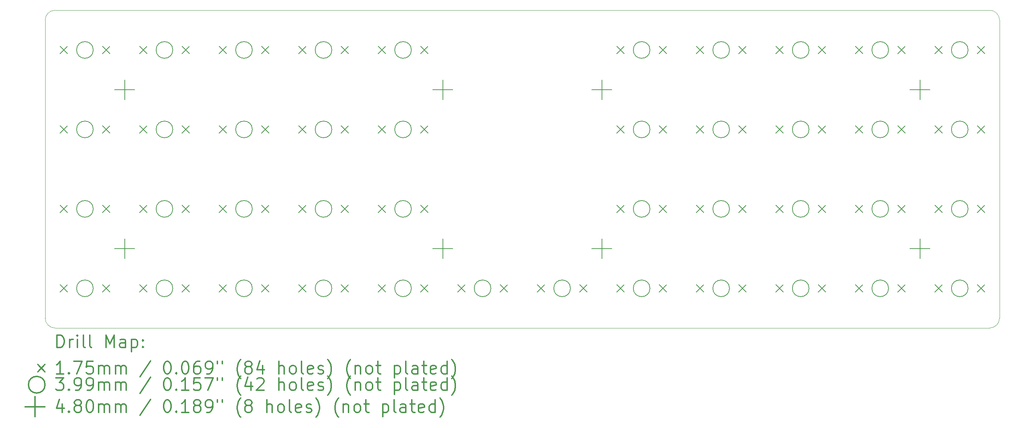
<source format=gbr>
%FSLAX45Y45*%
G04 Gerber Fmt 4.5, Leading zero omitted, Abs format (unit mm)*
G04 Created by KiCad (PCBNEW 5.1.9+dfsg1-1) date 2022-03-28 16:07:04*
%MOMM*%
%LPD*%
G01*
G04 APERTURE LIST*
%TA.AperFunction,Profile*%
%ADD10C,0.050000*%
%TD*%
%ADD11C,0.200000*%
%ADD12C,0.300000*%
G04 APERTURE END LIST*
D10*
X3413125Y-10795000D02*
X25796875Y-10795000D01*
X3175000Y-3413125D02*
X3175000Y-10556875D01*
X25796875Y-3175000D02*
X3413125Y-3175000D01*
X26035000Y-10556875D02*
X26035000Y-3413125D01*
X26035000Y-10556875D02*
G75*
G02*
X25796875Y-10795000I-238125J0D01*
G01*
X3413125Y-10795000D02*
G75*
G02*
X3175000Y-10556875I0J238125D01*
G01*
X3175000Y-3413125D02*
G75*
G02*
X3413125Y-3175000I238125J0D01*
G01*
X25796875Y-3175000D02*
G75*
G02*
X26035000Y-3413125I0J-238125D01*
G01*
D11*
X3532000Y-4040000D02*
X3707000Y-4215000D01*
X3707000Y-4040000D02*
X3532000Y-4215000D01*
X3532000Y-5945000D02*
X3707000Y-6120000D01*
X3707000Y-5945000D02*
X3532000Y-6120000D01*
X3532000Y-7850000D02*
X3707000Y-8025000D01*
X3707000Y-7850000D02*
X3532000Y-8025000D01*
X3532000Y-9755000D02*
X3707000Y-9930000D01*
X3707000Y-9755000D02*
X3532000Y-9930000D01*
X4548000Y-4040000D02*
X4723000Y-4215000D01*
X4723000Y-4040000D02*
X4548000Y-4215000D01*
X4548000Y-5945000D02*
X4723000Y-6120000D01*
X4723000Y-5945000D02*
X4548000Y-6120000D01*
X4548000Y-7850000D02*
X4723000Y-8025000D01*
X4723000Y-7850000D02*
X4548000Y-8025000D01*
X4548000Y-9755000D02*
X4723000Y-9930000D01*
X4723000Y-9755000D02*
X4548000Y-9930000D01*
X5437000Y-4040000D02*
X5612000Y-4215000D01*
X5612000Y-4040000D02*
X5437000Y-4215000D01*
X5437000Y-5945000D02*
X5612000Y-6120000D01*
X5612000Y-5945000D02*
X5437000Y-6120000D01*
X5437000Y-7850000D02*
X5612000Y-8025000D01*
X5612000Y-7850000D02*
X5437000Y-8025000D01*
X5437000Y-9755000D02*
X5612000Y-9930000D01*
X5612000Y-9755000D02*
X5437000Y-9930000D01*
X6453000Y-4040000D02*
X6628000Y-4215000D01*
X6628000Y-4040000D02*
X6453000Y-4215000D01*
X6453000Y-5945000D02*
X6628000Y-6120000D01*
X6628000Y-5945000D02*
X6453000Y-6120000D01*
X6453000Y-7850000D02*
X6628000Y-8025000D01*
X6628000Y-7850000D02*
X6453000Y-8025000D01*
X6453000Y-9755000D02*
X6628000Y-9930000D01*
X6628000Y-9755000D02*
X6453000Y-9930000D01*
X7342000Y-4040000D02*
X7517000Y-4215000D01*
X7517000Y-4040000D02*
X7342000Y-4215000D01*
X7342000Y-5945000D02*
X7517000Y-6120000D01*
X7517000Y-5945000D02*
X7342000Y-6120000D01*
X7342000Y-7850000D02*
X7517000Y-8025000D01*
X7517000Y-7850000D02*
X7342000Y-8025000D01*
X7342000Y-9755000D02*
X7517000Y-9930000D01*
X7517000Y-9755000D02*
X7342000Y-9930000D01*
X8358000Y-4040000D02*
X8533000Y-4215000D01*
X8533000Y-4040000D02*
X8358000Y-4215000D01*
X8358000Y-5945000D02*
X8533000Y-6120000D01*
X8533000Y-5945000D02*
X8358000Y-6120000D01*
X8358000Y-7850000D02*
X8533000Y-8025000D01*
X8533000Y-7850000D02*
X8358000Y-8025000D01*
X8358000Y-9755000D02*
X8533000Y-9930000D01*
X8533000Y-9755000D02*
X8358000Y-9930000D01*
X9247000Y-4040000D02*
X9422000Y-4215000D01*
X9422000Y-4040000D02*
X9247000Y-4215000D01*
X9247000Y-5945000D02*
X9422000Y-6120000D01*
X9422000Y-5945000D02*
X9247000Y-6120000D01*
X9247000Y-7850000D02*
X9422000Y-8025000D01*
X9422000Y-7850000D02*
X9247000Y-8025000D01*
X9247000Y-9755000D02*
X9422000Y-9930000D01*
X9422000Y-9755000D02*
X9247000Y-9930000D01*
X10263000Y-4040000D02*
X10438000Y-4215000D01*
X10438000Y-4040000D02*
X10263000Y-4215000D01*
X10263000Y-5945000D02*
X10438000Y-6120000D01*
X10438000Y-5945000D02*
X10263000Y-6120000D01*
X10263000Y-7850000D02*
X10438000Y-8025000D01*
X10438000Y-7850000D02*
X10263000Y-8025000D01*
X10263000Y-9755000D02*
X10438000Y-9930000D01*
X10438000Y-9755000D02*
X10263000Y-9930000D01*
X11152000Y-4040000D02*
X11327000Y-4215000D01*
X11327000Y-4040000D02*
X11152000Y-4215000D01*
X11152000Y-5945000D02*
X11327000Y-6120000D01*
X11327000Y-5945000D02*
X11152000Y-6120000D01*
X11152000Y-7850000D02*
X11327000Y-8025000D01*
X11327000Y-7850000D02*
X11152000Y-8025000D01*
X11152000Y-9755000D02*
X11327000Y-9930000D01*
X11327000Y-9755000D02*
X11152000Y-9930000D01*
X12168000Y-4040000D02*
X12343000Y-4215000D01*
X12343000Y-4040000D02*
X12168000Y-4215000D01*
X12168000Y-5945000D02*
X12343000Y-6120000D01*
X12343000Y-5945000D02*
X12168000Y-6120000D01*
X12168000Y-7850000D02*
X12343000Y-8025000D01*
X12343000Y-7850000D02*
X12168000Y-8025000D01*
X12168000Y-9755000D02*
X12343000Y-9930000D01*
X12343000Y-9755000D02*
X12168000Y-9930000D01*
X13057000Y-9755000D02*
X13232000Y-9930000D01*
X13232000Y-9755000D02*
X13057000Y-9930000D01*
X14073000Y-9755000D02*
X14248000Y-9930000D01*
X14248000Y-9755000D02*
X14073000Y-9930000D01*
X14962000Y-9755000D02*
X15137000Y-9930000D01*
X15137000Y-9755000D02*
X14962000Y-9930000D01*
X15978000Y-9755000D02*
X16153000Y-9930000D01*
X16153000Y-9755000D02*
X15978000Y-9930000D01*
X16867000Y-4040000D02*
X17042000Y-4215000D01*
X17042000Y-4040000D02*
X16867000Y-4215000D01*
X16867000Y-5945000D02*
X17042000Y-6120000D01*
X17042000Y-5945000D02*
X16867000Y-6120000D01*
X16867000Y-7850000D02*
X17042000Y-8025000D01*
X17042000Y-7850000D02*
X16867000Y-8025000D01*
X16867000Y-9755000D02*
X17042000Y-9930000D01*
X17042000Y-9755000D02*
X16867000Y-9930000D01*
X17883000Y-4040000D02*
X18058000Y-4215000D01*
X18058000Y-4040000D02*
X17883000Y-4215000D01*
X17883000Y-5945000D02*
X18058000Y-6120000D01*
X18058000Y-5945000D02*
X17883000Y-6120000D01*
X17883000Y-7850000D02*
X18058000Y-8025000D01*
X18058000Y-7850000D02*
X17883000Y-8025000D01*
X17883000Y-9755000D02*
X18058000Y-9930000D01*
X18058000Y-9755000D02*
X17883000Y-9930000D01*
X18772000Y-4040000D02*
X18947000Y-4215000D01*
X18947000Y-4040000D02*
X18772000Y-4215000D01*
X18772000Y-5945000D02*
X18947000Y-6120000D01*
X18947000Y-5945000D02*
X18772000Y-6120000D01*
X18772000Y-7850000D02*
X18947000Y-8025000D01*
X18947000Y-7850000D02*
X18772000Y-8025000D01*
X18772000Y-9755000D02*
X18947000Y-9930000D01*
X18947000Y-9755000D02*
X18772000Y-9930000D01*
X19788000Y-4040000D02*
X19963000Y-4215000D01*
X19963000Y-4040000D02*
X19788000Y-4215000D01*
X19788000Y-5945000D02*
X19963000Y-6120000D01*
X19963000Y-5945000D02*
X19788000Y-6120000D01*
X19788000Y-7850000D02*
X19963000Y-8025000D01*
X19963000Y-7850000D02*
X19788000Y-8025000D01*
X19788000Y-9755000D02*
X19963000Y-9930000D01*
X19963000Y-9755000D02*
X19788000Y-9930000D01*
X20677000Y-4040000D02*
X20852000Y-4215000D01*
X20852000Y-4040000D02*
X20677000Y-4215000D01*
X20677000Y-5945000D02*
X20852000Y-6120000D01*
X20852000Y-5945000D02*
X20677000Y-6120000D01*
X20677000Y-7850000D02*
X20852000Y-8025000D01*
X20852000Y-7850000D02*
X20677000Y-8025000D01*
X20677000Y-9755000D02*
X20852000Y-9930000D01*
X20852000Y-9755000D02*
X20677000Y-9930000D01*
X21693000Y-4040000D02*
X21868000Y-4215000D01*
X21868000Y-4040000D02*
X21693000Y-4215000D01*
X21693000Y-5945000D02*
X21868000Y-6120000D01*
X21868000Y-5945000D02*
X21693000Y-6120000D01*
X21693000Y-7850000D02*
X21868000Y-8025000D01*
X21868000Y-7850000D02*
X21693000Y-8025000D01*
X21693000Y-9755000D02*
X21868000Y-9930000D01*
X21868000Y-9755000D02*
X21693000Y-9930000D01*
X22582000Y-4040000D02*
X22757000Y-4215000D01*
X22757000Y-4040000D02*
X22582000Y-4215000D01*
X22582000Y-5945000D02*
X22757000Y-6120000D01*
X22757000Y-5945000D02*
X22582000Y-6120000D01*
X22582000Y-7850000D02*
X22757000Y-8025000D01*
X22757000Y-7850000D02*
X22582000Y-8025000D01*
X22582000Y-9755000D02*
X22757000Y-9930000D01*
X22757000Y-9755000D02*
X22582000Y-9930000D01*
X23598000Y-4040000D02*
X23773000Y-4215000D01*
X23773000Y-4040000D02*
X23598000Y-4215000D01*
X23598000Y-5945000D02*
X23773000Y-6120000D01*
X23773000Y-5945000D02*
X23598000Y-6120000D01*
X23598000Y-7850000D02*
X23773000Y-8025000D01*
X23773000Y-7850000D02*
X23598000Y-8025000D01*
X23598000Y-9755000D02*
X23773000Y-9930000D01*
X23773000Y-9755000D02*
X23598000Y-9930000D01*
X24487000Y-4040000D02*
X24662000Y-4215000D01*
X24662000Y-4040000D02*
X24487000Y-4215000D01*
X24487000Y-5945000D02*
X24662000Y-6120000D01*
X24662000Y-5945000D02*
X24487000Y-6120000D01*
X24487000Y-7850000D02*
X24662000Y-8025000D01*
X24662000Y-7850000D02*
X24487000Y-8025000D01*
X24487000Y-9755000D02*
X24662000Y-9930000D01*
X24662000Y-9755000D02*
X24487000Y-9930000D01*
X25503000Y-4040000D02*
X25678000Y-4215000D01*
X25678000Y-4040000D02*
X25503000Y-4215000D01*
X25503000Y-5945000D02*
X25678000Y-6120000D01*
X25678000Y-5945000D02*
X25503000Y-6120000D01*
X25503000Y-7850000D02*
X25678000Y-8025000D01*
X25678000Y-7850000D02*
X25503000Y-8025000D01*
X25503000Y-9755000D02*
X25678000Y-9930000D01*
X25678000Y-9755000D02*
X25503000Y-9930000D01*
X4326890Y-4127500D02*
G75*
G03*
X4326890Y-4127500I-199390J0D01*
G01*
X4326890Y-6032500D02*
G75*
G03*
X4326890Y-6032500I-199390J0D01*
G01*
X4326890Y-7937500D02*
G75*
G03*
X4326890Y-7937500I-199390J0D01*
G01*
X4326890Y-9842500D02*
G75*
G03*
X4326890Y-9842500I-199390J0D01*
G01*
X6231890Y-4127500D02*
G75*
G03*
X6231890Y-4127500I-199390J0D01*
G01*
X6231890Y-6032500D02*
G75*
G03*
X6231890Y-6032500I-199390J0D01*
G01*
X6231890Y-7937500D02*
G75*
G03*
X6231890Y-7937500I-199390J0D01*
G01*
X6231890Y-9842500D02*
G75*
G03*
X6231890Y-9842500I-199390J0D01*
G01*
X8136890Y-4127500D02*
G75*
G03*
X8136890Y-4127500I-199390J0D01*
G01*
X8136890Y-6032500D02*
G75*
G03*
X8136890Y-6032500I-199390J0D01*
G01*
X8136890Y-7937500D02*
G75*
G03*
X8136890Y-7937500I-199390J0D01*
G01*
X8136890Y-9842500D02*
G75*
G03*
X8136890Y-9842500I-199390J0D01*
G01*
X10041890Y-4127500D02*
G75*
G03*
X10041890Y-4127500I-199390J0D01*
G01*
X10041890Y-6032500D02*
G75*
G03*
X10041890Y-6032500I-199390J0D01*
G01*
X10041890Y-7937500D02*
G75*
G03*
X10041890Y-7937500I-199390J0D01*
G01*
X10041890Y-9842500D02*
G75*
G03*
X10041890Y-9842500I-199390J0D01*
G01*
X11946890Y-4127500D02*
G75*
G03*
X11946890Y-4127500I-199390J0D01*
G01*
X11946890Y-6032500D02*
G75*
G03*
X11946890Y-6032500I-199390J0D01*
G01*
X11946890Y-7937500D02*
G75*
G03*
X11946890Y-7937500I-199390J0D01*
G01*
X11946890Y-9842500D02*
G75*
G03*
X11946890Y-9842500I-199390J0D01*
G01*
X13851890Y-9842500D02*
G75*
G03*
X13851890Y-9842500I-199390J0D01*
G01*
X15756890Y-9842500D02*
G75*
G03*
X15756890Y-9842500I-199390J0D01*
G01*
X17661890Y-4127500D02*
G75*
G03*
X17661890Y-4127500I-199390J0D01*
G01*
X17661890Y-6032500D02*
G75*
G03*
X17661890Y-6032500I-199390J0D01*
G01*
X17661890Y-7937500D02*
G75*
G03*
X17661890Y-7937500I-199390J0D01*
G01*
X17661890Y-9842500D02*
G75*
G03*
X17661890Y-9842500I-199390J0D01*
G01*
X19566890Y-4127500D02*
G75*
G03*
X19566890Y-4127500I-199390J0D01*
G01*
X19566890Y-6032500D02*
G75*
G03*
X19566890Y-6032500I-199390J0D01*
G01*
X19566890Y-7937500D02*
G75*
G03*
X19566890Y-7937500I-199390J0D01*
G01*
X19566890Y-9842500D02*
G75*
G03*
X19566890Y-9842500I-199390J0D01*
G01*
X21471890Y-4127500D02*
G75*
G03*
X21471890Y-4127500I-199390J0D01*
G01*
X21471890Y-6032500D02*
G75*
G03*
X21471890Y-6032500I-199390J0D01*
G01*
X21471890Y-7937500D02*
G75*
G03*
X21471890Y-7937500I-199390J0D01*
G01*
X21471890Y-9842500D02*
G75*
G03*
X21471890Y-9842500I-199390J0D01*
G01*
X23376890Y-4127500D02*
G75*
G03*
X23376890Y-4127500I-199390J0D01*
G01*
X23376890Y-6032500D02*
G75*
G03*
X23376890Y-6032500I-199390J0D01*
G01*
X23376890Y-7937500D02*
G75*
G03*
X23376890Y-7937500I-199390J0D01*
G01*
X23376890Y-9842500D02*
G75*
G03*
X23376890Y-9842500I-199390J0D01*
G01*
X25281890Y-4127500D02*
G75*
G03*
X25281890Y-4127500I-199390J0D01*
G01*
X25281890Y-6032500D02*
G75*
G03*
X25281890Y-6032500I-199390J0D01*
G01*
X25281890Y-7937500D02*
G75*
G03*
X25281890Y-7937500I-199390J0D01*
G01*
X25281890Y-9842500D02*
G75*
G03*
X25281890Y-9842500I-199390J0D01*
G01*
X5080000Y-4840000D02*
X5080000Y-5320000D01*
X4840000Y-5080000D02*
X5320000Y-5080000D01*
X5080000Y-8650000D02*
X5080000Y-9130000D01*
X4840000Y-8890000D02*
X5320000Y-8890000D01*
X12700000Y-4840000D02*
X12700000Y-5320000D01*
X12460000Y-5080000D02*
X12940000Y-5080000D01*
X12700000Y-8650000D02*
X12700000Y-9130000D01*
X12460000Y-8890000D02*
X12940000Y-8890000D01*
X16510000Y-4840000D02*
X16510000Y-5320000D01*
X16270000Y-5080000D02*
X16750000Y-5080000D01*
X16510000Y-8650000D02*
X16510000Y-9130000D01*
X16270000Y-8890000D02*
X16750000Y-8890000D01*
X24130000Y-4840000D02*
X24130000Y-5320000D01*
X23890000Y-5080000D02*
X24370000Y-5080000D01*
X24130000Y-8650000D02*
X24130000Y-9130000D01*
X23890000Y-8890000D02*
X24370000Y-8890000D01*
D12*
X3458928Y-11263214D02*
X3458928Y-10963214D01*
X3530357Y-10963214D01*
X3573214Y-10977500D01*
X3601786Y-11006072D01*
X3616071Y-11034643D01*
X3630357Y-11091786D01*
X3630357Y-11134643D01*
X3616071Y-11191786D01*
X3601786Y-11220357D01*
X3573214Y-11248929D01*
X3530357Y-11263214D01*
X3458928Y-11263214D01*
X3758928Y-11263214D02*
X3758928Y-11063214D01*
X3758928Y-11120357D02*
X3773214Y-11091786D01*
X3787500Y-11077500D01*
X3816071Y-11063214D01*
X3844643Y-11063214D01*
X3944643Y-11263214D02*
X3944643Y-11063214D01*
X3944643Y-10963214D02*
X3930357Y-10977500D01*
X3944643Y-10991786D01*
X3958928Y-10977500D01*
X3944643Y-10963214D01*
X3944643Y-10991786D01*
X4130357Y-11263214D02*
X4101786Y-11248929D01*
X4087500Y-11220357D01*
X4087500Y-10963214D01*
X4287500Y-11263214D02*
X4258928Y-11248929D01*
X4244643Y-11220357D01*
X4244643Y-10963214D01*
X4630357Y-11263214D02*
X4630357Y-10963214D01*
X4730357Y-11177500D01*
X4830357Y-10963214D01*
X4830357Y-11263214D01*
X5101786Y-11263214D02*
X5101786Y-11106072D01*
X5087500Y-11077500D01*
X5058928Y-11063214D01*
X5001786Y-11063214D01*
X4973214Y-11077500D01*
X5101786Y-11248929D02*
X5073214Y-11263214D01*
X5001786Y-11263214D01*
X4973214Y-11248929D01*
X4958928Y-11220357D01*
X4958928Y-11191786D01*
X4973214Y-11163214D01*
X5001786Y-11148929D01*
X5073214Y-11148929D01*
X5101786Y-11134643D01*
X5244643Y-11063214D02*
X5244643Y-11363214D01*
X5244643Y-11077500D02*
X5273214Y-11063214D01*
X5330357Y-11063214D01*
X5358928Y-11077500D01*
X5373214Y-11091786D01*
X5387500Y-11120357D01*
X5387500Y-11206071D01*
X5373214Y-11234643D01*
X5358928Y-11248929D01*
X5330357Y-11263214D01*
X5273214Y-11263214D01*
X5244643Y-11248929D01*
X5516071Y-11234643D02*
X5530357Y-11248929D01*
X5516071Y-11263214D01*
X5501786Y-11248929D01*
X5516071Y-11234643D01*
X5516071Y-11263214D01*
X5516071Y-11077500D02*
X5530357Y-11091786D01*
X5516071Y-11106072D01*
X5501786Y-11091786D01*
X5516071Y-11077500D01*
X5516071Y-11106072D01*
X2997500Y-11670000D02*
X3172500Y-11845000D01*
X3172500Y-11670000D02*
X2997500Y-11845000D01*
X3616071Y-11893214D02*
X3444643Y-11893214D01*
X3530357Y-11893214D02*
X3530357Y-11593214D01*
X3501786Y-11636071D01*
X3473214Y-11664643D01*
X3444643Y-11678929D01*
X3744643Y-11864643D02*
X3758928Y-11878929D01*
X3744643Y-11893214D01*
X3730357Y-11878929D01*
X3744643Y-11864643D01*
X3744643Y-11893214D01*
X3858928Y-11593214D02*
X4058928Y-11593214D01*
X3930357Y-11893214D01*
X4316071Y-11593214D02*
X4173214Y-11593214D01*
X4158928Y-11736071D01*
X4173214Y-11721786D01*
X4201786Y-11707500D01*
X4273214Y-11707500D01*
X4301786Y-11721786D01*
X4316071Y-11736071D01*
X4330357Y-11764643D01*
X4330357Y-11836071D01*
X4316071Y-11864643D01*
X4301786Y-11878929D01*
X4273214Y-11893214D01*
X4201786Y-11893214D01*
X4173214Y-11878929D01*
X4158928Y-11864643D01*
X4458928Y-11893214D02*
X4458928Y-11693214D01*
X4458928Y-11721786D02*
X4473214Y-11707500D01*
X4501786Y-11693214D01*
X4544643Y-11693214D01*
X4573214Y-11707500D01*
X4587500Y-11736071D01*
X4587500Y-11893214D01*
X4587500Y-11736071D02*
X4601786Y-11707500D01*
X4630357Y-11693214D01*
X4673214Y-11693214D01*
X4701786Y-11707500D01*
X4716071Y-11736071D01*
X4716071Y-11893214D01*
X4858928Y-11893214D02*
X4858928Y-11693214D01*
X4858928Y-11721786D02*
X4873214Y-11707500D01*
X4901786Y-11693214D01*
X4944643Y-11693214D01*
X4973214Y-11707500D01*
X4987500Y-11736071D01*
X4987500Y-11893214D01*
X4987500Y-11736071D02*
X5001786Y-11707500D01*
X5030357Y-11693214D01*
X5073214Y-11693214D01*
X5101786Y-11707500D01*
X5116071Y-11736071D01*
X5116071Y-11893214D01*
X5701786Y-11578929D02*
X5444643Y-11964643D01*
X6087500Y-11593214D02*
X6116071Y-11593214D01*
X6144643Y-11607500D01*
X6158928Y-11621786D01*
X6173214Y-11650357D01*
X6187500Y-11707500D01*
X6187500Y-11778929D01*
X6173214Y-11836071D01*
X6158928Y-11864643D01*
X6144643Y-11878929D01*
X6116071Y-11893214D01*
X6087500Y-11893214D01*
X6058928Y-11878929D01*
X6044643Y-11864643D01*
X6030357Y-11836071D01*
X6016071Y-11778929D01*
X6016071Y-11707500D01*
X6030357Y-11650357D01*
X6044643Y-11621786D01*
X6058928Y-11607500D01*
X6087500Y-11593214D01*
X6316071Y-11864643D02*
X6330357Y-11878929D01*
X6316071Y-11893214D01*
X6301786Y-11878929D01*
X6316071Y-11864643D01*
X6316071Y-11893214D01*
X6516071Y-11593214D02*
X6544643Y-11593214D01*
X6573214Y-11607500D01*
X6587500Y-11621786D01*
X6601786Y-11650357D01*
X6616071Y-11707500D01*
X6616071Y-11778929D01*
X6601786Y-11836071D01*
X6587500Y-11864643D01*
X6573214Y-11878929D01*
X6544643Y-11893214D01*
X6516071Y-11893214D01*
X6487500Y-11878929D01*
X6473214Y-11864643D01*
X6458928Y-11836071D01*
X6444643Y-11778929D01*
X6444643Y-11707500D01*
X6458928Y-11650357D01*
X6473214Y-11621786D01*
X6487500Y-11607500D01*
X6516071Y-11593214D01*
X6873214Y-11593214D02*
X6816071Y-11593214D01*
X6787500Y-11607500D01*
X6773214Y-11621786D01*
X6744643Y-11664643D01*
X6730357Y-11721786D01*
X6730357Y-11836071D01*
X6744643Y-11864643D01*
X6758928Y-11878929D01*
X6787500Y-11893214D01*
X6844643Y-11893214D01*
X6873214Y-11878929D01*
X6887500Y-11864643D01*
X6901786Y-11836071D01*
X6901786Y-11764643D01*
X6887500Y-11736071D01*
X6873214Y-11721786D01*
X6844643Y-11707500D01*
X6787500Y-11707500D01*
X6758928Y-11721786D01*
X6744643Y-11736071D01*
X6730357Y-11764643D01*
X7044643Y-11893214D02*
X7101786Y-11893214D01*
X7130357Y-11878929D01*
X7144643Y-11864643D01*
X7173214Y-11821786D01*
X7187500Y-11764643D01*
X7187500Y-11650357D01*
X7173214Y-11621786D01*
X7158928Y-11607500D01*
X7130357Y-11593214D01*
X7073214Y-11593214D01*
X7044643Y-11607500D01*
X7030357Y-11621786D01*
X7016071Y-11650357D01*
X7016071Y-11721786D01*
X7030357Y-11750357D01*
X7044643Y-11764643D01*
X7073214Y-11778929D01*
X7130357Y-11778929D01*
X7158928Y-11764643D01*
X7173214Y-11750357D01*
X7187500Y-11721786D01*
X7301786Y-11593214D02*
X7301786Y-11650357D01*
X7416071Y-11593214D02*
X7416071Y-11650357D01*
X7858928Y-12007500D02*
X7844643Y-11993214D01*
X7816071Y-11950357D01*
X7801786Y-11921786D01*
X7787500Y-11878929D01*
X7773214Y-11807500D01*
X7773214Y-11750357D01*
X7787500Y-11678929D01*
X7801786Y-11636071D01*
X7816071Y-11607500D01*
X7844643Y-11564643D01*
X7858928Y-11550357D01*
X8016071Y-11721786D02*
X7987500Y-11707500D01*
X7973214Y-11693214D01*
X7958928Y-11664643D01*
X7958928Y-11650357D01*
X7973214Y-11621786D01*
X7987500Y-11607500D01*
X8016071Y-11593214D01*
X8073214Y-11593214D01*
X8101786Y-11607500D01*
X8116071Y-11621786D01*
X8130357Y-11650357D01*
X8130357Y-11664643D01*
X8116071Y-11693214D01*
X8101786Y-11707500D01*
X8073214Y-11721786D01*
X8016071Y-11721786D01*
X7987500Y-11736071D01*
X7973214Y-11750357D01*
X7958928Y-11778929D01*
X7958928Y-11836071D01*
X7973214Y-11864643D01*
X7987500Y-11878929D01*
X8016071Y-11893214D01*
X8073214Y-11893214D01*
X8101786Y-11878929D01*
X8116071Y-11864643D01*
X8130357Y-11836071D01*
X8130357Y-11778929D01*
X8116071Y-11750357D01*
X8101786Y-11736071D01*
X8073214Y-11721786D01*
X8387500Y-11693214D02*
X8387500Y-11893214D01*
X8316071Y-11578929D02*
X8244643Y-11793214D01*
X8430357Y-11793214D01*
X8773214Y-11893214D02*
X8773214Y-11593214D01*
X8901786Y-11893214D02*
X8901786Y-11736071D01*
X8887500Y-11707500D01*
X8858928Y-11693214D01*
X8816071Y-11693214D01*
X8787500Y-11707500D01*
X8773214Y-11721786D01*
X9087500Y-11893214D02*
X9058928Y-11878929D01*
X9044643Y-11864643D01*
X9030357Y-11836071D01*
X9030357Y-11750357D01*
X9044643Y-11721786D01*
X9058928Y-11707500D01*
X9087500Y-11693214D01*
X9130357Y-11693214D01*
X9158928Y-11707500D01*
X9173214Y-11721786D01*
X9187500Y-11750357D01*
X9187500Y-11836071D01*
X9173214Y-11864643D01*
X9158928Y-11878929D01*
X9130357Y-11893214D01*
X9087500Y-11893214D01*
X9358928Y-11893214D02*
X9330357Y-11878929D01*
X9316071Y-11850357D01*
X9316071Y-11593214D01*
X9587500Y-11878929D02*
X9558928Y-11893214D01*
X9501786Y-11893214D01*
X9473214Y-11878929D01*
X9458928Y-11850357D01*
X9458928Y-11736071D01*
X9473214Y-11707500D01*
X9501786Y-11693214D01*
X9558928Y-11693214D01*
X9587500Y-11707500D01*
X9601786Y-11736071D01*
X9601786Y-11764643D01*
X9458928Y-11793214D01*
X9716071Y-11878929D02*
X9744643Y-11893214D01*
X9801786Y-11893214D01*
X9830357Y-11878929D01*
X9844643Y-11850357D01*
X9844643Y-11836071D01*
X9830357Y-11807500D01*
X9801786Y-11793214D01*
X9758928Y-11793214D01*
X9730357Y-11778929D01*
X9716071Y-11750357D01*
X9716071Y-11736071D01*
X9730357Y-11707500D01*
X9758928Y-11693214D01*
X9801786Y-11693214D01*
X9830357Y-11707500D01*
X9944643Y-12007500D02*
X9958928Y-11993214D01*
X9987500Y-11950357D01*
X10001786Y-11921786D01*
X10016071Y-11878929D01*
X10030357Y-11807500D01*
X10030357Y-11750357D01*
X10016071Y-11678929D01*
X10001786Y-11636071D01*
X9987500Y-11607500D01*
X9958928Y-11564643D01*
X9944643Y-11550357D01*
X10487500Y-12007500D02*
X10473214Y-11993214D01*
X10444643Y-11950357D01*
X10430357Y-11921786D01*
X10416071Y-11878929D01*
X10401786Y-11807500D01*
X10401786Y-11750357D01*
X10416071Y-11678929D01*
X10430357Y-11636071D01*
X10444643Y-11607500D01*
X10473214Y-11564643D01*
X10487500Y-11550357D01*
X10601786Y-11693214D02*
X10601786Y-11893214D01*
X10601786Y-11721786D02*
X10616071Y-11707500D01*
X10644643Y-11693214D01*
X10687500Y-11693214D01*
X10716071Y-11707500D01*
X10730357Y-11736071D01*
X10730357Y-11893214D01*
X10916071Y-11893214D02*
X10887500Y-11878929D01*
X10873214Y-11864643D01*
X10858928Y-11836071D01*
X10858928Y-11750357D01*
X10873214Y-11721786D01*
X10887500Y-11707500D01*
X10916071Y-11693214D01*
X10958928Y-11693214D01*
X10987500Y-11707500D01*
X11001786Y-11721786D01*
X11016071Y-11750357D01*
X11016071Y-11836071D01*
X11001786Y-11864643D01*
X10987500Y-11878929D01*
X10958928Y-11893214D01*
X10916071Y-11893214D01*
X11101786Y-11693214D02*
X11216071Y-11693214D01*
X11144643Y-11593214D02*
X11144643Y-11850357D01*
X11158928Y-11878929D01*
X11187500Y-11893214D01*
X11216071Y-11893214D01*
X11544643Y-11693214D02*
X11544643Y-11993214D01*
X11544643Y-11707500D02*
X11573214Y-11693214D01*
X11630357Y-11693214D01*
X11658928Y-11707500D01*
X11673214Y-11721786D01*
X11687500Y-11750357D01*
X11687500Y-11836071D01*
X11673214Y-11864643D01*
X11658928Y-11878929D01*
X11630357Y-11893214D01*
X11573214Y-11893214D01*
X11544643Y-11878929D01*
X11858928Y-11893214D02*
X11830357Y-11878929D01*
X11816071Y-11850357D01*
X11816071Y-11593214D01*
X12101786Y-11893214D02*
X12101786Y-11736071D01*
X12087500Y-11707500D01*
X12058928Y-11693214D01*
X12001786Y-11693214D01*
X11973214Y-11707500D01*
X12101786Y-11878929D02*
X12073214Y-11893214D01*
X12001786Y-11893214D01*
X11973214Y-11878929D01*
X11958928Y-11850357D01*
X11958928Y-11821786D01*
X11973214Y-11793214D01*
X12001786Y-11778929D01*
X12073214Y-11778929D01*
X12101786Y-11764643D01*
X12201786Y-11693214D02*
X12316071Y-11693214D01*
X12244643Y-11593214D02*
X12244643Y-11850357D01*
X12258928Y-11878929D01*
X12287500Y-11893214D01*
X12316071Y-11893214D01*
X12530357Y-11878929D02*
X12501786Y-11893214D01*
X12444643Y-11893214D01*
X12416071Y-11878929D01*
X12401786Y-11850357D01*
X12401786Y-11736071D01*
X12416071Y-11707500D01*
X12444643Y-11693214D01*
X12501786Y-11693214D01*
X12530357Y-11707500D01*
X12544643Y-11736071D01*
X12544643Y-11764643D01*
X12401786Y-11793214D01*
X12801786Y-11893214D02*
X12801786Y-11593214D01*
X12801786Y-11878929D02*
X12773214Y-11893214D01*
X12716071Y-11893214D01*
X12687500Y-11878929D01*
X12673214Y-11864643D01*
X12658928Y-11836071D01*
X12658928Y-11750357D01*
X12673214Y-11721786D01*
X12687500Y-11707500D01*
X12716071Y-11693214D01*
X12773214Y-11693214D01*
X12801786Y-11707500D01*
X12916071Y-12007500D02*
X12930357Y-11993214D01*
X12958928Y-11950357D01*
X12973214Y-11921786D01*
X12987500Y-11878929D01*
X13001786Y-11807500D01*
X13001786Y-11750357D01*
X12987500Y-11678929D01*
X12973214Y-11636071D01*
X12958928Y-11607500D01*
X12930357Y-11564643D01*
X12916071Y-11550357D01*
X3172500Y-12153500D02*
G75*
G03*
X3172500Y-12153500I-199390J0D01*
G01*
X3430357Y-11989214D02*
X3616071Y-11989214D01*
X3516071Y-12103500D01*
X3558928Y-12103500D01*
X3587500Y-12117786D01*
X3601786Y-12132071D01*
X3616071Y-12160643D01*
X3616071Y-12232071D01*
X3601786Y-12260643D01*
X3587500Y-12274929D01*
X3558928Y-12289214D01*
X3473214Y-12289214D01*
X3444643Y-12274929D01*
X3430357Y-12260643D01*
X3744643Y-12260643D02*
X3758928Y-12274929D01*
X3744643Y-12289214D01*
X3730357Y-12274929D01*
X3744643Y-12260643D01*
X3744643Y-12289214D01*
X3901786Y-12289214D02*
X3958928Y-12289214D01*
X3987500Y-12274929D01*
X4001786Y-12260643D01*
X4030357Y-12217786D01*
X4044643Y-12160643D01*
X4044643Y-12046357D01*
X4030357Y-12017786D01*
X4016071Y-12003500D01*
X3987500Y-11989214D01*
X3930357Y-11989214D01*
X3901786Y-12003500D01*
X3887500Y-12017786D01*
X3873214Y-12046357D01*
X3873214Y-12117786D01*
X3887500Y-12146357D01*
X3901786Y-12160643D01*
X3930357Y-12174929D01*
X3987500Y-12174929D01*
X4016071Y-12160643D01*
X4030357Y-12146357D01*
X4044643Y-12117786D01*
X4187500Y-12289214D02*
X4244643Y-12289214D01*
X4273214Y-12274929D01*
X4287500Y-12260643D01*
X4316071Y-12217786D01*
X4330357Y-12160643D01*
X4330357Y-12046357D01*
X4316071Y-12017786D01*
X4301786Y-12003500D01*
X4273214Y-11989214D01*
X4216071Y-11989214D01*
X4187500Y-12003500D01*
X4173214Y-12017786D01*
X4158928Y-12046357D01*
X4158928Y-12117786D01*
X4173214Y-12146357D01*
X4187500Y-12160643D01*
X4216071Y-12174929D01*
X4273214Y-12174929D01*
X4301786Y-12160643D01*
X4316071Y-12146357D01*
X4330357Y-12117786D01*
X4458928Y-12289214D02*
X4458928Y-12089214D01*
X4458928Y-12117786D02*
X4473214Y-12103500D01*
X4501786Y-12089214D01*
X4544643Y-12089214D01*
X4573214Y-12103500D01*
X4587500Y-12132071D01*
X4587500Y-12289214D01*
X4587500Y-12132071D02*
X4601786Y-12103500D01*
X4630357Y-12089214D01*
X4673214Y-12089214D01*
X4701786Y-12103500D01*
X4716071Y-12132071D01*
X4716071Y-12289214D01*
X4858928Y-12289214D02*
X4858928Y-12089214D01*
X4858928Y-12117786D02*
X4873214Y-12103500D01*
X4901786Y-12089214D01*
X4944643Y-12089214D01*
X4973214Y-12103500D01*
X4987500Y-12132071D01*
X4987500Y-12289214D01*
X4987500Y-12132071D02*
X5001786Y-12103500D01*
X5030357Y-12089214D01*
X5073214Y-12089214D01*
X5101786Y-12103500D01*
X5116071Y-12132071D01*
X5116071Y-12289214D01*
X5701786Y-11974929D02*
X5444643Y-12360643D01*
X6087500Y-11989214D02*
X6116071Y-11989214D01*
X6144643Y-12003500D01*
X6158928Y-12017786D01*
X6173214Y-12046357D01*
X6187500Y-12103500D01*
X6187500Y-12174929D01*
X6173214Y-12232071D01*
X6158928Y-12260643D01*
X6144643Y-12274929D01*
X6116071Y-12289214D01*
X6087500Y-12289214D01*
X6058928Y-12274929D01*
X6044643Y-12260643D01*
X6030357Y-12232071D01*
X6016071Y-12174929D01*
X6016071Y-12103500D01*
X6030357Y-12046357D01*
X6044643Y-12017786D01*
X6058928Y-12003500D01*
X6087500Y-11989214D01*
X6316071Y-12260643D02*
X6330357Y-12274929D01*
X6316071Y-12289214D01*
X6301786Y-12274929D01*
X6316071Y-12260643D01*
X6316071Y-12289214D01*
X6616071Y-12289214D02*
X6444643Y-12289214D01*
X6530357Y-12289214D02*
X6530357Y-11989214D01*
X6501786Y-12032071D01*
X6473214Y-12060643D01*
X6444643Y-12074929D01*
X6887500Y-11989214D02*
X6744643Y-11989214D01*
X6730357Y-12132071D01*
X6744643Y-12117786D01*
X6773214Y-12103500D01*
X6844643Y-12103500D01*
X6873214Y-12117786D01*
X6887500Y-12132071D01*
X6901786Y-12160643D01*
X6901786Y-12232071D01*
X6887500Y-12260643D01*
X6873214Y-12274929D01*
X6844643Y-12289214D01*
X6773214Y-12289214D01*
X6744643Y-12274929D01*
X6730357Y-12260643D01*
X7001786Y-11989214D02*
X7201786Y-11989214D01*
X7073214Y-12289214D01*
X7301786Y-11989214D02*
X7301786Y-12046357D01*
X7416071Y-11989214D02*
X7416071Y-12046357D01*
X7858928Y-12403500D02*
X7844643Y-12389214D01*
X7816071Y-12346357D01*
X7801786Y-12317786D01*
X7787500Y-12274929D01*
X7773214Y-12203500D01*
X7773214Y-12146357D01*
X7787500Y-12074929D01*
X7801786Y-12032071D01*
X7816071Y-12003500D01*
X7844643Y-11960643D01*
X7858928Y-11946357D01*
X8101786Y-12089214D02*
X8101786Y-12289214D01*
X8030357Y-11974929D02*
X7958928Y-12189214D01*
X8144643Y-12189214D01*
X8244643Y-12017786D02*
X8258928Y-12003500D01*
X8287500Y-11989214D01*
X8358928Y-11989214D01*
X8387500Y-12003500D01*
X8401786Y-12017786D01*
X8416071Y-12046357D01*
X8416071Y-12074929D01*
X8401786Y-12117786D01*
X8230357Y-12289214D01*
X8416071Y-12289214D01*
X8773214Y-12289214D02*
X8773214Y-11989214D01*
X8901786Y-12289214D02*
X8901786Y-12132071D01*
X8887500Y-12103500D01*
X8858928Y-12089214D01*
X8816071Y-12089214D01*
X8787500Y-12103500D01*
X8773214Y-12117786D01*
X9087500Y-12289214D02*
X9058928Y-12274929D01*
X9044643Y-12260643D01*
X9030357Y-12232071D01*
X9030357Y-12146357D01*
X9044643Y-12117786D01*
X9058928Y-12103500D01*
X9087500Y-12089214D01*
X9130357Y-12089214D01*
X9158928Y-12103500D01*
X9173214Y-12117786D01*
X9187500Y-12146357D01*
X9187500Y-12232071D01*
X9173214Y-12260643D01*
X9158928Y-12274929D01*
X9130357Y-12289214D01*
X9087500Y-12289214D01*
X9358928Y-12289214D02*
X9330357Y-12274929D01*
X9316071Y-12246357D01*
X9316071Y-11989214D01*
X9587500Y-12274929D02*
X9558928Y-12289214D01*
X9501786Y-12289214D01*
X9473214Y-12274929D01*
X9458928Y-12246357D01*
X9458928Y-12132071D01*
X9473214Y-12103500D01*
X9501786Y-12089214D01*
X9558928Y-12089214D01*
X9587500Y-12103500D01*
X9601786Y-12132071D01*
X9601786Y-12160643D01*
X9458928Y-12189214D01*
X9716071Y-12274929D02*
X9744643Y-12289214D01*
X9801786Y-12289214D01*
X9830357Y-12274929D01*
X9844643Y-12246357D01*
X9844643Y-12232071D01*
X9830357Y-12203500D01*
X9801786Y-12189214D01*
X9758928Y-12189214D01*
X9730357Y-12174929D01*
X9716071Y-12146357D01*
X9716071Y-12132071D01*
X9730357Y-12103500D01*
X9758928Y-12089214D01*
X9801786Y-12089214D01*
X9830357Y-12103500D01*
X9944643Y-12403500D02*
X9958928Y-12389214D01*
X9987500Y-12346357D01*
X10001786Y-12317786D01*
X10016071Y-12274929D01*
X10030357Y-12203500D01*
X10030357Y-12146357D01*
X10016071Y-12074929D01*
X10001786Y-12032071D01*
X9987500Y-12003500D01*
X9958928Y-11960643D01*
X9944643Y-11946357D01*
X10487500Y-12403500D02*
X10473214Y-12389214D01*
X10444643Y-12346357D01*
X10430357Y-12317786D01*
X10416071Y-12274929D01*
X10401786Y-12203500D01*
X10401786Y-12146357D01*
X10416071Y-12074929D01*
X10430357Y-12032071D01*
X10444643Y-12003500D01*
X10473214Y-11960643D01*
X10487500Y-11946357D01*
X10601786Y-12089214D02*
X10601786Y-12289214D01*
X10601786Y-12117786D02*
X10616071Y-12103500D01*
X10644643Y-12089214D01*
X10687500Y-12089214D01*
X10716071Y-12103500D01*
X10730357Y-12132071D01*
X10730357Y-12289214D01*
X10916071Y-12289214D02*
X10887500Y-12274929D01*
X10873214Y-12260643D01*
X10858928Y-12232071D01*
X10858928Y-12146357D01*
X10873214Y-12117786D01*
X10887500Y-12103500D01*
X10916071Y-12089214D01*
X10958928Y-12089214D01*
X10987500Y-12103500D01*
X11001786Y-12117786D01*
X11016071Y-12146357D01*
X11016071Y-12232071D01*
X11001786Y-12260643D01*
X10987500Y-12274929D01*
X10958928Y-12289214D01*
X10916071Y-12289214D01*
X11101786Y-12089214D02*
X11216071Y-12089214D01*
X11144643Y-11989214D02*
X11144643Y-12246357D01*
X11158928Y-12274929D01*
X11187500Y-12289214D01*
X11216071Y-12289214D01*
X11544643Y-12089214D02*
X11544643Y-12389214D01*
X11544643Y-12103500D02*
X11573214Y-12089214D01*
X11630357Y-12089214D01*
X11658928Y-12103500D01*
X11673214Y-12117786D01*
X11687500Y-12146357D01*
X11687500Y-12232071D01*
X11673214Y-12260643D01*
X11658928Y-12274929D01*
X11630357Y-12289214D01*
X11573214Y-12289214D01*
X11544643Y-12274929D01*
X11858928Y-12289214D02*
X11830357Y-12274929D01*
X11816071Y-12246357D01*
X11816071Y-11989214D01*
X12101786Y-12289214D02*
X12101786Y-12132071D01*
X12087500Y-12103500D01*
X12058928Y-12089214D01*
X12001786Y-12089214D01*
X11973214Y-12103500D01*
X12101786Y-12274929D02*
X12073214Y-12289214D01*
X12001786Y-12289214D01*
X11973214Y-12274929D01*
X11958928Y-12246357D01*
X11958928Y-12217786D01*
X11973214Y-12189214D01*
X12001786Y-12174929D01*
X12073214Y-12174929D01*
X12101786Y-12160643D01*
X12201786Y-12089214D02*
X12316071Y-12089214D01*
X12244643Y-11989214D02*
X12244643Y-12246357D01*
X12258928Y-12274929D01*
X12287500Y-12289214D01*
X12316071Y-12289214D01*
X12530357Y-12274929D02*
X12501786Y-12289214D01*
X12444643Y-12289214D01*
X12416071Y-12274929D01*
X12401786Y-12246357D01*
X12401786Y-12132071D01*
X12416071Y-12103500D01*
X12444643Y-12089214D01*
X12501786Y-12089214D01*
X12530357Y-12103500D01*
X12544643Y-12132071D01*
X12544643Y-12160643D01*
X12401786Y-12189214D01*
X12801786Y-12289214D02*
X12801786Y-11989214D01*
X12801786Y-12274929D02*
X12773214Y-12289214D01*
X12716071Y-12289214D01*
X12687500Y-12274929D01*
X12673214Y-12260643D01*
X12658928Y-12232071D01*
X12658928Y-12146357D01*
X12673214Y-12117786D01*
X12687500Y-12103500D01*
X12716071Y-12089214D01*
X12773214Y-12089214D01*
X12801786Y-12103500D01*
X12916071Y-12403500D02*
X12930357Y-12389214D01*
X12958928Y-12346357D01*
X12973214Y-12317786D01*
X12987500Y-12274929D01*
X13001786Y-12203500D01*
X13001786Y-12146357D01*
X12987500Y-12074929D01*
X12973214Y-12032071D01*
X12958928Y-12003500D01*
X12930357Y-11960643D01*
X12916071Y-11946357D01*
X2932500Y-12442280D02*
X2932500Y-12922280D01*
X2692500Y-12682280D02*
X3172500Y-12682280D01*
X3587500Y-12617994D02*
X3587500Y-12817994D01*
X3516071Y-12503709D02*
X3444643Y-12717994D01*
X3630357Y-12717994D01*
X3744643Y-12789423D02*
X3758928Y-12803709D01*
X3744643Y-12817994D01*
X3730357Y-12803709D01*
X3744643Y-12789423D01*
X3744643Y-12817994D01*
X3930357Y-12646566D02*
X3901786Y-12632280D01*
X3887500Y-12617994D01*
X3873214Y-12589423D01*
X3873214Y-12575137D01*
X3887500Y-12546566D01*
X3901786Y-12532280D01*
X3930357Y-12517994D01*
X3987500Y-12517994D01*
X4016071Y-12532280D01*
X4030357Y-12546566D01*
X4044643Y-12575137D01*
X4044643Y-12589423D01*
X4030357Y-12617994D01*
X4016071Y-12632280D01*
X3987500Y-12646566D01*
X3930357Y-12646566D01*
X3901786Y-12660851D01*
X3887500Y-12675137D01*
X3873214Y-12703709D01*
X3873214Y-12760851D01*
X3887500Y-12789423D01*
X3901786Y-12803709D01*
X3930357Y-12817994D01*
X3987500Y-12817994D01*
X4016071Y-12803709D01*
X4030357Y-12789423D01*
X4044643Y-12760851D01*
X4044643Y-12703709D01*
X4030357Y-12675137D01*
X4016071Y-12660851D01*
X3987500Y-12646566D01*
X4230357Y-12517994D02*
X4258928Y-12517994D01*
X4287500Y-12532280D01*
X4301786Y-12546566D01*
X4316071Y-12575137D01*
X4330357Y-12632280D01*
X4330357Y-12703709D01*
X4316071Y-12760851D01*
X4301786Y-12789423D01*
X4287500Y-12803709D01*
X4258928Y-12817994D01*
X4230357Y-12817994D01*
X4201786Y-12803709D01*
X4187500Y-12789423D01*
X4173214Y-12760851D01*
X4158928Y-12703709D01*
X4158928Y-12632280D01*
X4173214Y-12575137D01*
X4187500Y-12546566D01*
X4201786Y-12532280D01*
X4230357Y-12517994D01*
X4458928Y-12817994D02*
X4458928Y-12617994D01*
X4458928Y-12646566D02*
X4473214Y-12632280D01*
X4501786Y-12617994D01*
X4544643Y-12617994D01*
X4573214Y-12632280D01*
X4587500Y-12660851D01*
X4587500Y-12817994D01*
X4587500Y-12660851D02*
X4601786Y-12632280D01*
X4630357Y-12617994D01*
X4673214Y-12617994D01*
X4701786Y-12632280D01*
X4716071Y-12660851D01*
X4716071Y-12817994D01*
X4858928Y-12817994D02*
X4858928Y-12617994D01*
X4858928Y-12646566D02*
X4873214Y-12632280D01*
X4901786Y-12617994D01*
X4944643Y-12617994D01*
X4973214Y-12632280D01*
X4987500Y-12660851D01*
X4987500Y-12817994D01*
X4987500Y-12660851D02*
X5001786Y-12632280D01*
X5030357Y-12617994D01*
X5073214Y-12617994D01*
X5101786Y-12632280D01*
X5116071Y-12660851D01*
X5116071Y-12817994D01*
X5701786Y-12503709D02*
X5444643Y-12889423D01*
X6087500Y-12517994D02*
X6116071Y-12517994D01*
X6144643Y-12532280D01*
X6158928Y-12546566D01*
X6173214Y-12575137D01*
X6187500Y-12632280D01*
X6187500Y-12703709D01*
X6173214Y-12760851D01*
X6158928Y-12789423D01*
X6144643Y-12803709D01*
X6116071Y-12817994D01*
X6087500Y-12817994D01*
X6058928Y-12803709D01*
X6044643Y-12789423D01*
X6030357Y-12760851D01*
X6016071Y-12703709D01*
X6016071Y-12632280D01*
X6030357Y-12575137D01*
X6044643Y-12546566D01*
X6058928Y-12532280D01*
X6087500Y-12517994D01*
X6316071Y-12789423D02*
X6330357Y-12803709D01*
X6316071Y-12817994D01*
X6301786Y-12803709D01*
X6316071Y-12789423D01*
X6316071Y-12817994D01*
X6616071Y-12817994D02*
X6444643Y-12817994D01*
X6530357Y-12817994D02*
X6530357Y-12517994D01*
X6501786Y-12560851D01*
X6473214Y-12589423D01*
X6444643Y-12603709D01*
X6787500Y-12646566D02*
X6758928Y-12632280D01*
X6744643Y-12617994D01*
X6730357Y-12589423D01*
X6730357Y-12575137D01*
X6744643Y-12546566D01*
X6758928Y-12532280D01*
X6787500Y-12517994D01*
X6844643Y-12517994D01*
X6873214Y-12532280D01*
X6887500Y-12546566D01*
X6901786Y-12575137D01*
X6901786Y-12589423D01*
X6887500Y-12617994D01*
X6873214Y-12632280D01*
X6844643Y-12646566D01*
X6787500Y-12646566D01*
X6758928Y-12660851D01*
X6744643Y-12675137D01*
X6730357Y-12703709D01*
X6730357Y-12760851D01*
X6744643Y-12789423D01*
X6758928Y-12803709D01*
X6787500Y-12817994D01*
X6844643Y-12817994D01*
X6873214Y-12803709D01*
X6887500Y-12789423D01*
X6901786Y-12760851D01*
X6901786Y-12703709D01*
X6887500Y-12675137D01*
X6873214Y-12660851D01*
X6844643Y-12646566D01*
X7044643Y-12817994D02*
X7101786Y-12817994D01*
X7130357Y-12803709D01*
X7144643Y-12789423D01*
X7173214Y-12746566D01*
X7187500Y-12689423D01*
X7187500Y-12575137D01*
X7173214Y-12546566D01*
X7158928Y-12532280D01*
X7130357Y-12517994D01*
X7073214Y-12517994D01*
X7044643Y-12532280D01*
X7030357Y-12546566D01*
X7016071Y-12575137D01*
X7016071Y-12646566D01*
X7030357Y-12675137D01*
X7044643Y-12689423D01*
X7073214Y-12703709D01*
X7130357Y-12703709D01*
X7158928Y-12689423D01*
X7173214Y-12675137D01*
X7187500Y-12646566D01*
X7301786Y-12517994D02*
X7301786Y-12575137D01*
X7416071Y-12517994D02*
X7416071Y-12575137D01*
X7858928Y-12932280D02*
X7844643Y-12917994D01*
X7816071Y-12875137D01*
X7801786Y-12846566D01*
X7787500Y-12803709D01*
X7773214Y-12732280D01*
X7773214Y-12675137D01*
X7787500Y-12603709D01*
X7801786Y-12560851D01*
X7816071Y-12532280D01*
X7844643Y-12489423D01*
X7858928Y-12475137D01*
X8016071Y-12646566D02*
X7987500Y-12632280D01*
X7973214Y-12617994D01*
X7958928Y-12589423D01*
X7958928Y-12575137D01*
X7973214Y-12546566D01*
X7987500Y-12532280D01*
X8016071Y-12517994D01*
X8073214Y-12517994D01*
X8101786Y-12532280D01*
X8116071Y-12546566D01*
X8130357Y-12575137D01*
X8130357Y-12589423D01*
X8116071Y-12617994D01*
X8101786Y-12632280D01*
X8073214Y-12646566D01*
X8016071Y-12646566D01*
X7987500Y-12660851D01*
X7973214Y-12675137D01*
X7958928Y-12703709D01*
X7958928Y-12760851D01*
X7973214Y-12789423D01*
X7987500Y-12803709D01*
X8016071Y-12817994D01*
X8073214Y-12817994D01*
X8101786Y-12803709D01*
X8116071Y-12789423D01*
X8130357Y-12760851D01*
X8130357Y-12703709D01*
X8116071Y-12675137D01*
X8101786Y-12660851D01*
X8073214Y-12646566D01*
X8487500Y-12817994D02*
X8487500Y-12517994D01*
X8616071Y-12817994D02*
X8616071Y-12660851D01*
X8601786Y-12632280D01*
X8573214Y-12617994D01*
X8530357Y-12617994D01*
X8501786Y-12632280D01*
X8487500Y-12646566D01*
X8801786Y-12817994D02*
X8773214Y-12803709D01*
X8758928Y-12789423D01*
X8744643Y-12760851D01*
X8744643Y-12675137D01*
X8758928Y-12646566D01*
X8773214Y-12632280D01*
X8801786Y-12617994D01*
X8844643Y-12617994D01*
X8873214Y-12632280D01*
X8887500Y-12646566D01*
X8901786Y-12675137D01*
X8901786Y-12760851D01*
X8887500Y-12789423D01*
X8873214Y-12803709D01*
X8844643Y-12817994D01*
X8801786Y-12817994D01*
X9073214Y-12817994D02*
X9044643Y-12803709D01*
X9030357Y-12775137D01*
X9030357Y-12517994D01*
X9301786Y-12803709D02*
X9273214Y-12817994D01*
X9216071Y-12817994D01*
X9187500Y-12803709D01*
X9173214Y-12775137D01*
X9173214Y-12660851D01*
X9187500Y-12632280D01*
X9216071Y-12617994D01*
X9273214Y-12617994D01*
X9301786Y-12632280D01*
X9316071Y-12660851D01*
X9316071Y-12689423D01*
X9173214Y-12717994D01*
X9430357Y-12803709D02*
X9458928Y-12817994D01*
X9516071Y-12817994D01*
X9544643Y-12803709D01*
X9558928Y-12775137D01*
X9558928Y-12760851D01*
X9544643Y-12732280D01*
X9516071Y-12717994D01*
X9473214Y-12717994D01*
X9444643Y-12703709D01*
X9430357Y-12675137D01*
X9430357Y-12660851D01*
X9444643Y-12632280D01*
X9473214Y-12617994D01*
X9516071Y-12617994D01*
X9544643Y-12632280D01*
X9658928Y-12932280D02*
X9673214Y-12917994D01*
X9701786Y-12875137D01*
X9716071Y-12846566D01*
X9730357Y-12803709D01*
X9744643Y-12732280D01*
X9744643Y-12675137D01*
X9730357Y-12603709D01*
X9716071Y-12560851D01*
X9701786Y-12532280D01*
X9673214Y-12489423D01*
X9658928Y-12475137D01*
X10201786Y-12932280D02*
X10187500Y-12917994D01*
X10158928Y-12875137D01*
X10144643Y-12846566D01*
X10130357Y-12803709D01*
X10116071Y-12732280D01*
X10116071Y-12675137D01*
X10130357Y-12603709D01*
X10144643Y-12560851D01*
X10158928Y-12532280D01*
X10187500Y-12489423D01*
X10201786Y-12475137D01*
X10316071Y-12617994D02*
X10316071Y-12817994D01*
X10316071Y-12646566D02*
X10330357Y-12632280D01*
X10358928Y-12617994D01*
X10401786Y-12617994D01*
X10430357Y-12632280D01*
X10444643Y-12660851D01*
X10444643Y-12817994D01*
X10630357Y-12817994D02*
X10601786Y-12803709D01*
X10587500Y-12789423D01*
X10573214Y-12760851D01*
X10573214Y-12675137D01*
X10587500Y-12646566D01*
X10601786Y-12632280D01*
X10630357Y-12617994D01*
X10673214Y-12617994D01*
X10701786Y-12632280D01*
X10716071Y-12646566D01*
X10730357Y-12675137D01*
X10730357Y-12760851D01*
X10716071Y-12789423D01*
X10701786Y-12803709D01*
X10673214Y-12817994D01*
X10630357Y-12817994D01*
X10816071Y-12617994D02*
X10930357Y-12617994D01*
X10858928Y-12517994D02*
X10858928Y-12775137D01*
X10873214Y-12803709D01*
X10901786Y-12817994D01*
X10930357Y-12817994D01*
X11258928Y-12617994D02*
X11258928Y-12917994D01*
X11258928Y-12632280D02*
X11287500Y-12617994D01*
X11344643Y-12617994D01*
X11373214Y-12632280D01*
X11387500Y-12646566D01*
X11401786Y-12675137D01*
X11401786Y-12760851D01*
X11387500Y-12789423D01*
X11373214Y-12803709D01*
X11344643Y-12817994D01*
X11287500Y-12817994D01*
X11258928Y-12803709D01*
X11573214Y-12817994D02*
X11544643Y-12803709D01*
X11530357Y-12775137D01*
X11530357Y-12517994D01*
X11816071Y-12817994D02*
X11816071Y-12660851D01*
X11801786Y-12632280D01*
X11773214Y-12617994D01*
X11716071Y-12617994D01*
X11687500Y-12632280D01*
X11816071Y-12803709D02*
X11787500Y-12817994D01*
X11716071Y-12817994D01*
X11687500Y-12803709D01*
X11673214Y-12775137D01*
X11673214Y-12746566D01*
X11687500Y-12717994D01*
X11716071Y-12703709D01*
X11787500Y-12703709D01*
X11816071Y-12689423D01*
X11916071Y-12617994D02*
X12030357Y-12617994D01*
X11958928Y-12517994D02*
X11958928Y-12775137D01*
X11973214Y-12803709D01*
X12001786Y-12817994D01*
X12030357Y-12817994D01*
X12244643Y-12803709D02*
X12216071Y-12817994D01*
X12158928Y-12817994D01*
X12130357Y-12803709D01*
X12116071Y-12775137D01*
X12116071Y-12660851D01*
X12130357Y-12632280D01*
X12158928Y-12617994D01*
X12216071Y-12617994D01*
X12244643Y-12632280D01*
X12258928Y-12660851D01*
X12258928Y-12689423D01*
X12116071Y-12717994D01*
X12516071Y-12817994D02*
X12516071Y-12517994D01*
X12516071Y-12803709D02*
X12487500Y-12817994D01*
X12430357Y-12817994D01*
X12401786Y-12803709D01*
X12387500Y-12789423D01*
X12373214Y-12760851D01*
X12373214Y-12675137D01*
X12387500Y-12646566D01*
X12401786Y-12632280D01*
X12430357Y-12617994D01*
X12487500Y-12617994D01*
X12516071Y-12632280D01*
X12630357Y-12932280D02*
X12644643Y-12917994D01*
X12673214Y-12875137D01*
X12687500Y-12846566D01*
X12701786Y-12803709D01*
X12716071Y-12732280D01*
X12716071Y-12675137D01*
X12701786Y-12603709D01*
X12687500Y-12560851D01*
X12673214Y-12532280D01*
X12644643Y-12489423D01*
X12630357Y-12475137D01*
M02*

</source>
